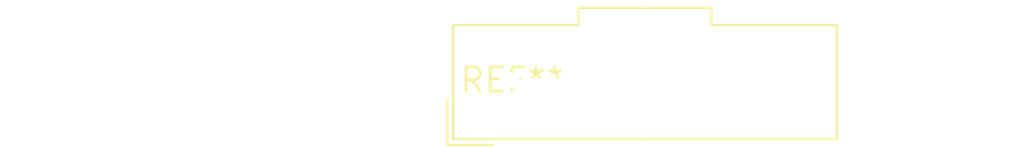
<source format=kicad_pcb>
(kicad_pcb (version 20240108) (generator pcbnew)
  (layers (0 "F.Cu" signal) (31 "B.Cu" signal) (34 "B.Paste" user) (35 "F.Paste" user) (36 "B.SilkS" user "B.Silkscreen") (37 "F.SilkS" user "F.Silkscreen") (38 "B.Mask" user) (39 "F.Mask" user) (44 "Edge.Cuts" user))
  (net 0 "")
  (footprint "Molex_MicroClasp_55932-0830_1x08_P2.00mm_Vertical" (layer "F.Cu") (at 0 0)
    (property "Reference" "REF**")
    (property "Value" "Molex_MicroClasp_55932-0830_1x08_P2.00mm_Vertical")
    (fp_line (start -3.41 1) (end -3.41 3.41) (layer "F.SilkS") (stroke (width 0.12)))
    (fp_line (start -3.41 3.41) (end -1 3.41) (layer "F.SilkS") (stroke (width 0.12)))
    (fp_line (start -3.11 -2.91) (end -3.11 3.11) (layer "F.SilkS") (stroke (width 0.12)))
    (fp_line (start -3.11 3.11) (end 7 3.11) (layer "F.SilkS") (stroke (width 0.12)))
    (fp_line (start 3.5 -3.81) (end 3.5 -2.91) (layer "F.SilkS") (stroke (width 0.12)))
    (fp_line (start 3.5 -2.91) (end -3.11 -2.91) (layer "F.SilkS") (stroke (width 0.12)))
    (fp_line (start 7 -3.81) (end 3.5 -3.81) (layer "F.SilkS") (stroke (width 0.12)))
    (fp_line (start 7 -3.81) (end 10.5 -3.81) (layer "F.SilkS") (stroke (width 0.12)))
    (fp_line (start 10.5 -3.81) (end 10.5 -2.91) (layer "F.SilkS") (stroke (width 0.12)))
    (fp_line (start 10.5 -2.91) (end 17.11 -2.91) (layer "F.SilkS") (stroke (width 0.12)))
    (fp_line (start 17.11 -2.91) (end 17.11 3.11) (layer "F.SilkS") (stroke (width 0.12)))
    (fp_line (start 17.11 3.11) (end 7 3.11) (layer "F.SilkS") (stroke (width 0.12)))
    (pad "1" thru_hole roundrect (at 0 0) (size 1.2 1.8) (drill 0.8) (layers *.Cu *.Mask) (remove_unused_layers) (roundrect_rratio 0.208333))
    (pad "2" thru_hole oval (at 2 0) (size 1.2 1.8) (drill 0.8) (layers *.Cu *.Mask) (remove_unused_layers))
    (pad "3" thru_hole oval (at 4 0) (size 1.2 1.8) (drill 0.8) (layers *.Cu *.Mask) (remove_unused_layers))
    (pad "4" thru_hole oval (at 6 0) (size 1.2 1.8) (drill 0.8) (layers *.Cu *.Mask) (remove_unused_layers))
    (pad "5" thru_hole oval (at 8 0) (size 1.2 1.8) (drill 0.8) (layers *.Cu *.Mask) (remove_unused_layers))
    (pad "6" thru_hole oval (at 10 0) (size 1.2 1.8) (drill 0.8) (layers *.Cu *.Mask) (remove_unused_layers))
    (pad "7" thru_hole oval (at 12 0) (size 1.2 1.8) (drill 0.8) (layers *.Cu *.Mask) (remove_unused_layers))
    (pad "8" thru_hole oval (at 14 0) (size 1.2 1.8) (drill 0.8) (layers *.Cu *.Mask) (remove_unused_layers))
  )
)
</source>
